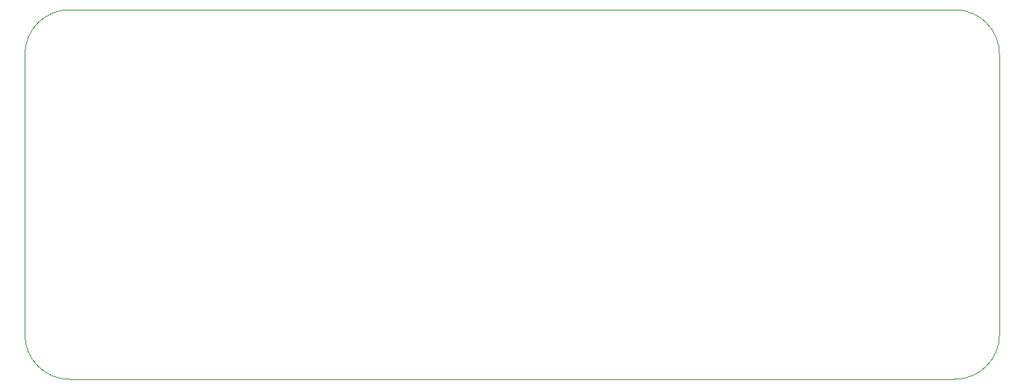
<source format=gbr>
G04 #@! TF.GenerationSoftware,KiCad,Pcbnew,(5.1.4)-1*
G04 #@! TF.CreationDate,2020-11-02T02:01:27-05:00*
G04 #@! TF.ProjectId,remote_racing_pcb,72656d6f-7465-45f7-9261-63696e675f70,rev?*
G04 #@! TF.SameCoordinates,Original*
G04 #@! TF.FileFunction,Profile,NP*
%FSLAX46Y46*%
G04 Gerber Fmt 4.6, Leading zero omitted, Abs format (unit mm)*
G04 Created by KiCad (PCBNEW (5.1.4)-1) date 2020-11-02 02:01:27*
%MOMM*%
%LPD*%
G04 APERTURE LIST*
%ADD10C,0.100000*%
G04 APERTURE END LIST*
D10*
X91440000Y-124460000D02*
G75*
G02X86360000Y-119380000I0J5080000D01*
G01*
X196850000Y-119380000D02*
G75*
G02X191770000Y-124460000I-5080000J0D01*
G01*
X191770000Y-82550000D02*
G75*
G02X196850000Y-87630000I0J-5080000D01*
G01*
X86360000Y-87630000D02*
G75*
G02X91440000Y-82550000I5080000J0D01*
G01*
X196850000Y-119380000D02*
X196850000Y-87630000D01*
X91440000Y-124460000D02*
X191770000Y-124460000D01*
X86360000Y-87630000D02*
X86360000Y-119380000D01*
X191770000Y-82550000D02*
X91440000Y-82550000D01*
M02*

</source>
